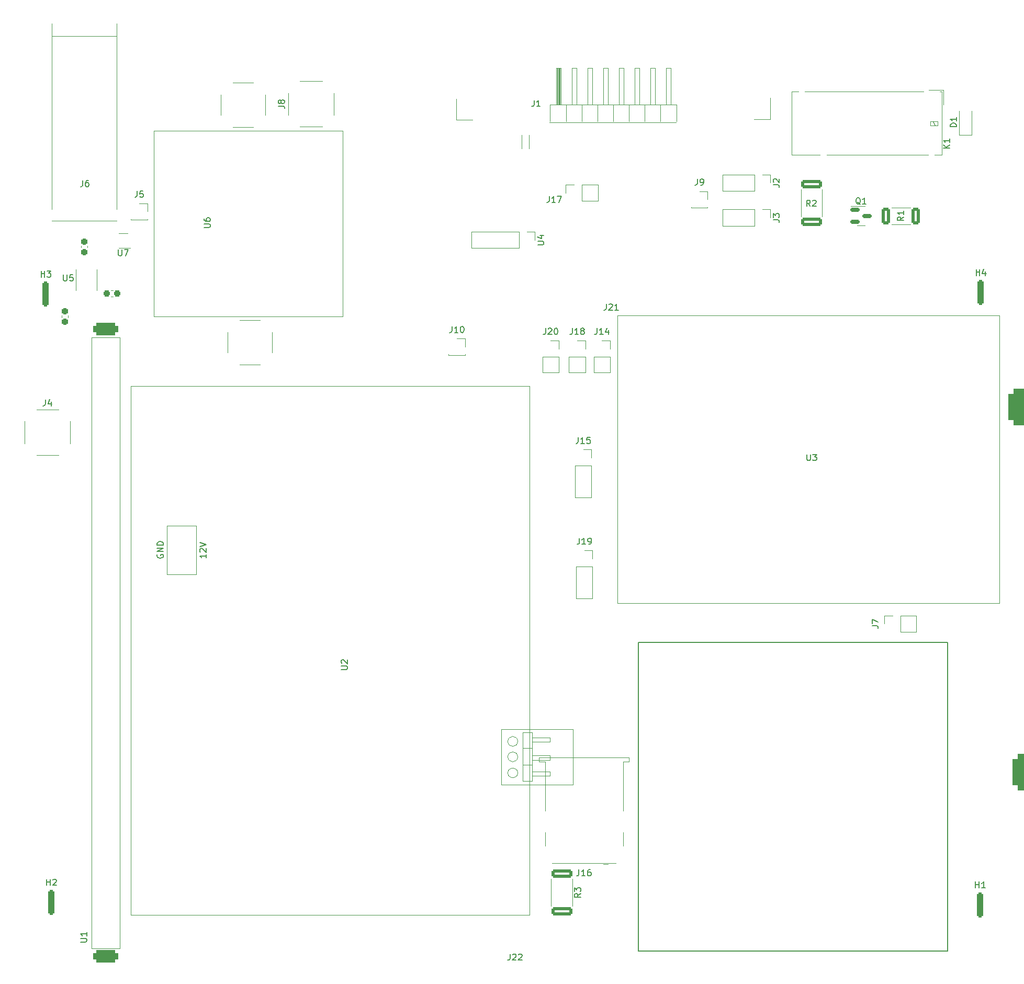
<source format=gto>
G04 #@! TF.GenerationSoftware,KiCad,Pcbnew,(6.0.1)*
G04 #@! TF.CreationDate,2022-04-19T13:09:52-07:00*
G04 #@! TF.ProjectId,Motherboard,4d6f7468-6572-4626-9f61-72642e6b6963,rev?*
G04 #@! TF.SameCoordinates,Original*
G04 #@! TF.FileFunction,Legend,Top*
G04 #@! TF.FilePolarity,Positive*
%FSLAX46Y46*%
G04 Gerber Fmt 4.6, Leading zero omitted, Abs format (unit mm)*
G04 Created by KiCad (PCBNEW (6.0.1)) date 2022-04-19 13:09:52*
%MOMM*%
%LPD*%
G01*
G04 APERTURE LIST*
G04 Aperture macros list*
%AMRoundRect*
0 Rectangle with rounded corners*
0 $1 Rounding radius*
0 $2 $3 $4 $5 $6 $7 $8 $9 X,Y pos of 4 corners*
0 Add a 4 corners polygon primitive as box body*
4,1,4,$2,$3,$4,$5,$6,$7,$8,$9,$2,$3,0*
0 Add four circle primitives for the rounded corners*
1,1,$1+$1,$2,$3*
1,1,$1+$1,$4,$5*
1,1,$1+$1,$6,$7*
1,1,$1+$1,$8,$9*
0 Add four rect primitives between the rounded corners*
20,1,$1+$1,$2,$3,$4,$5,0*
20,1,$1+$1,$4,$5,$6,$7,0*
20,1,$1+$1,$6,$7,$8,$9,0*
20,1,$1+$1,$8,$9,$2,$3,0*%
G04 Aperture macros list end*
%ADD10C,0.150000*%
%ADD11C,0.120000*%
%ADD12C,0.100000*%
%ADD13R,1.700000X1.700000*%
%ADD14C,2.050000*%
%ADD15C,2.250000*%
%ADD16R,2.500000X2.500000*%
%ADD17O,2.500000X2.500000*%
%ADD18RoundRect,0.237500X-0.300000X-0.237500X0.300000X-0.237500X0.300000X0.237500X-0.300000X0.237500X0*%
%ADD19O,1.700000X1.700000*%
%ADD20RoundRect,0.500000X1.500000X-0.500000X1.500000X0.500000X-1.500000X0.500000X-1.500000X-0.500000X0*%
%ADD21C,1.524000*%
%ADD22C,3.300000*%
%ADD23C,2.500000*%
%ADD24RoundRect,0.850000X-0.850000X-2.150000X0.850000X-2.150000X0.850000X2.150000X-0.850000X2.150000X0*%
%ADD25O,7.000000X3.500000*%
%ADD26O,7.300000X3.500000*%
%ADD27C,4.500000*%
%ADD28C,3.100000*%
%ADD29RoundRect,0.850000X0.850000X2.150000X-0.850000X2.150000X-0.850000X-2.150000X0.850000X-2.150000X0*%
%ADD30RoundRect,0.250000X-0.250000X-1.750000X0.250000X-1.750000X0.250000X1.750000X-0.250000X1.750000X0*%
%ADD31C,3.000000*%
%ADD32R,1.524000X1.524000*%
%ADD33RoundRect,0.237500X-0.237500X0.300000X-0.237500X-0.300000X0.237500X-0.300000X0.237500X0.300000X0*%
%ADD34R,1.500000X1.500000*%
%ADD35C,1.500000*%
%ADD36C,3.500000*%
%ADD37RoundRect,0.249999X-1.425001X0.450001X-1.425001X-0.450001X1.425001X-0.450001X1.425001X0.450001X0*%
%ADD38R,1.100000X1.100000*%
%ADD39RoundRect,0.249999X0.450001X1.075001X-0.450001X1.075001X-0.450001X-1.075001X0.450001X-1.075001X0*%
%ADD40R,0.431800X1.346200*%
%ADD41R,2.413000X1.778000*%
%ADD42R,1.500000X0.400000*%
%ADD43R,2.000000X2.500000*%
%ADD44RoundRect,0.150000X-0.587500X-0.150000X0.587500X-0.150000X0.587500X0.150000X-0.587500X0.150000X0*%
G04 APERTURE END LIST*
D10*
X230000000Y-153100000D02*
X280000000Y-153100000D01*
X280000000Y-153100000D02*
X280000000Y-203100000D01*
X280000000Y-203100000D02*
X230000000Y-203100000D01*
X230000000Y-203100000D02*
X230000000Y-153100000D01*
X199790476Y-101982380D02*
X199790476Y-102696666D01*
X199742857Y-102839523D01*
X199647619Y-102934761D01*
X199504761Y-102982380D01*
X199409523Y-102982380D01*
X200790476Y-102982380D02*
X200219047Y-102982380D01*
X200504761Y-102982380D02*
X200504761Y-101982380D01*
X200409523Y-102125238D01*
X200314285Y-102220476D01*
X200219047Y-102268095D01*
X201409523Y-101982380D02*
X201504761Y-101982380D01*
X201600000Y-102030000D01*
X201647619Y-102077619D01*
X201695238Y-102172857D01*
X201742857Y-102363333D01*
X201742857Y-102601428D01*
X201695238Y-102791904D01*
X201647619Y-102887142D01*
X201600000Y-102934761D01*
X201504761Y-102982380D01*
X201409523Y-102982380D01*
X201314285Y-102934761D01*
X201266666Y-102887142D01*
X201219047Y-102791904D01*
X201171428Y-102601428D01*
X201171428Y-102363333D01*
X201219047Y-102172857D01*
X201266666Y-102077619D01*
X201314285Y-102030000D01*
X201409523Y-101982380D01*
X171702380Y-66333333D02*
X172416666Y-66333333D01*
X172559523Y-66380952D01*
X172654761Y-66476190D01*
X172702380Y-66619047D01*
X172702380Y-66714285D01*
X172130952Y-65714285D02*
X172083333Y-65809523D01*
X172035714Y-65857142D01*
X171940476Y-65904761D01*
X171892857Y-65904761D01*
X171797619Y-65857142D01*
X171750000Y-65809523D01*
X171702380Y-65714285D01*
X171702380Y-65523809D01*
X171750000Y-65428571D01*
X171797619Y-65380952D01*
X171892857Y-65333333D01*
X171940476Y-65333333D01*
X172035714Y-65380952D01*
X172083333Y-65428571D01*
X172130952Y-65523809D01*
X172130952Y-65714285D01*
X172178571Y-65809523D01*
X172226190Y-65857142D01*
X172321428Y-65904761D01*
X172511904Y-65904761D01*
X172607142Y-65857142D01*
X172654761Y-65809523D01*
X172702380Y-65714285D01*
X172702380Y-65523809D01*
X172654761Y-65428571D01*
X172607142Y-65380952D01*
X172511904Y-65333333D01*
X172321428Y-65333333D01*
X172226190Y-65380952D01*
X172178571Y-65428571D01*
X172130952Y-65523809D01*
X280319880Y-73160595D02*
X279319880Y-73160595D01*
X280319880Y-72589166D02*
X279748452Y-73017738D01*
X279319880Y-72589166D02*
X279891309Y-73160595D01*
X280319880Y-71636785D02*
X280319880Y-72208214D01*
X280319880Y-71922500D02*
X279319880Y-71922500D01*
X279462738Y-72017738D01*
X279557976Y-72112976D01*
X279605595Y-72208214D01*
X223265476Y-102282380D02*
X223265476Y-102996666D01*
X223217857Y-103139523D01*
X223122619Y-103234761D01*
X222979761Y-103282380D01*
X222884523Y-103282380D01*
X224265476Y-103282380D02*
X223694047Y-103282380D01*
X223979761Y-103282380D02*
X223979761Y-102282380D01*
X223884523Y-102425238D01*
X223789285Y-102520476D01*
X223694047Y-102568095D01*
X225122619Y-102615714D02*
X225122619Y-103282380D01*
X224884523Y-102234761D02*
X224646428Y-102949047D01*
X225265476Y-102949047D01*
X139707380Y-201611904D02*
X140516904Y-201611904D01*
X140612142Y-201564285D01*
X140659761Y-201516666D01*
X140707380Y-201421428D01*
X140707380Y-201230952D01*
X140659761Y-201135714D01*
X140612142Y-201088095D01*
X140516904Y-201040476D01*
X139707380Y-201040476D01*
X140707380Y-200040476D02*
X140707380Y-200611904D01*
X140707380Y-200326190D02*
X139707380Y-200326190D01*
X139850238Y-200421428D01*
X139945476Y-200516666D01*
X139993095Y-200611904D01*
X224785476Y-98352380D02*
X224785476Y-99066666D01*
X224737857Y-99209523D01*
X224642619Y-99304761D01*
X224499761Y-99352380D01*
X224404523Y-99352380D01*
X225214047Y-98447619D02*
X225261666Y-98400000D01*
X225356904Y-98352380D01*
X225595000Y-98352380D01*
X225690238Y-98400000D01*
X225737857Y-98447619D01*
X225785476Y-98542857D01*
X225785476Y-98638095D01*
X225737857Y-98780952D01*
X225166428Y-99352380D01*
X225785476Y-99352380D01*
X226737857Y-99352380D02*
X226166428Y-99352380D01*
X226452142Y-99352380D02*
X226452142Y-98352380D01*
X226356904Y-98495238D01*
X226261666Y-98590476D01*
X226166428Y-98638095D01*
X140066666Y-78352380D02*
X140066666Y-79066666D01*
X140019047Y-79209523D01*
X139923809Y-79304761D01*
X139780952Y-79352380D01*
X139685714Y-79352380D01*
X140971428Y-78352380D02*
X140780952Y-78352380D01*
X140685714Y-78400000D01*
X140638095Y-78447619D01*
X140542857Y-78590476D01*
X140495238Y-78780952D01*
X140495238Y-79161904D01*
X140542857Y-79257142D01*
X140590476Y-79304761D01*
X140685714Y-79352380D01*
X140876190Y-79352380D01*
X140971428Y-79304761D01*
X141019047Y-79257142D01*
X141066666Y-79161904D01*
X141066666Y-78923809D01*
X141019047Y-78828571D01*
X140971428Y-78780952D01*
X140876190Y-78733333D01*
X140685714Y-78733333D01*
X140590476Y-78780952D01*
X140542857Y-78828571D01*
X140495238Y-78923809D01*
X134032666Y-113828380D02*
X134032666Y-114542666D01*
X133985047Y-114685523D01*
X133889809Y-114780761D01*
X133746952Y-114828380D01*
X133651714Y-114828380D01*
X134937428Y-114161714D02*
X134937428Y-114828380D01*
X134699333Y-113780761D02*
X134461238Y-114495047D01*
X135080285Y-114495047D01*
X220240476Y-119932380D02*
X220240476Y-120646666D01*
X220192857Y-120789523D01*
X220097619Y-120884761D01*
X219954761Y-120932380D01*
X219859523Y-120932380D01*
X221240476Y-120932380D02*
X220669047Y-120932380D01*
X220954761Y-120932380D02*
X220954761Y-119932380D01*
X220859523Y-120075238D01*
X220764285Y-120170476D01*
X220669047Y-120218095D01*
X222145238Y-119932380D02*
X221669047Y-119932380D01*
X221621428Y-120408571D01*
X221669047Y-120360952D01*
X221764285Y-120313333D01*
X222002380Y-120313333D01*
X222097619Y-120360952D01*
X222145238Y-120408571D01*
X222192857Y-120503809D01*
X222192857Y-120741904D01*
X222145238Y-120837142D01*
X222097619Y-120884761D01*
X222002380Y-120932380D01*
X221764285Y-120932380D01*
X221669047Y-120884761D01*
X221621428Y-120837142D01*
X214965476Y-102282380D02*
X214965476Y-102996666D01*
X214917857Y-103139523D01*
X214822619Y-103234761D01*
X214679761Y-103282380D01*
X214584523Y-103282380D01*
X215394047Y-102377619D02*
X215441666Y-102330000D01*
X215536904Y-102282380D01*
X215775000Y-102282380D01*
X215870238Y-102330000D01*
X215917857Y-102377619D01*
X215965476Y-102472857D01*
X215965476Y-102568095D01*
X215917857Y-102710952D01*
X215346428Y-103282380D01*
X215965476Y-103282380D01*
X216584523Y-102282380D02*
X216679761Y-102282380D01*
X216775000Y-102330000D01*
X216822619Y-102377619D01*
X216870238Y-102472857D01*
X216917857Y-102663333D01*
X216917857Y-102901428D01*
X216870238Y-103091904D01*
X216822619Y-103187142D01*
X216775000Y-103234761D01*
X216679761Y-103282380D01*
X216584523Y-103282380D01*
X216489285Y-103234761D01*
X216441666Y-103187142D01*
X216394047Y-103091904D01*
X216346428Y-102901428D01*
X216346428Y-102663333D01*
X216394047Y-102472857D01*
X216441666Y-102377619D01*
X216489285Y-102330000D01*
X216584523Y-102282380D01*
X251782380Y-79083333D02*
X252496666Y-79083333D01*
X252639523Y-79130952D01*
X252734761Y-79226190D01*
X252782380Y-79369047D01*
X252782380Y-79464285D01*
X251877619Y-78654761D02*
X251830000Y-78607142D01*
X251782380Y-78511904D01*
X251782380Y-78273809D01*
X251830000Y-78178571D01*
X251877619Y-78130952D01*
X251972857Y-78083333D01*
X252068095Y-78083333D01*
X252210952Y-78130952D01*
X252782380Y-78702380D01*
X252782380Y-78083333D01*
X209190476Y-203552380D02*
X209190476Y-204266666D01*
X209142857Y-204409523D01*
X209047619Y-204504761D01*
X208904761Y-204552380D01*
X208809523Y-204552380D01*
X209619047Y-203647619D02*
X209666666Y-203600000D01*
X209761904Y-203552380D01*
X210000000Y-203552380D01*
X210095238Y-203600000D01*
X210142857Y-203647619D01*
X210190476Y-203742857D01*
X210190476Y-203838095D01*
X210142857Y-203980952D01*
X209571428Y-204552380D01*
X210190476Y-204552380D01*
X210571428Y-203647619D02*
X210619047Y-203600000D01*
X210714285Y-203552380D01*
X210952380Y-203552380D01*
X211047619Y-203600000D01*
X211095238Y-203647619D01*
X211142857Y-203742857D01*
X211142857Y-203838095D01*
X211095238Y-203980952D01*
X210523809Y-204552380D01*
X211142857Y-204552380D01*
X257233095Y-122707380D02*
X257233095Y-123516904D01*
X257280714Y-123612142D01*
X257328333Y-123659761D01*
X257423571Y-123707380D01*
X257614047Y-123707380D01*
X257709285Y-123659761D01*
X257756904Y-123612142D01*
X257804523Y-123516904D01*
X257804523Y-122707380D01*
X258185476Y-122707380D02*
X258804523Y-122707380D01*
X258471190Y-123088333D01*
X258614047Y-123088333D01*
X258709285Y-123135952D01*
X258756904Y-123183571D01*
X258804523Y-123278809D01*
X258804523Y-123516904D01*
X258756904Y-123612142D01*
X258709285Y-123659761D01*
X258614047Y-123707380D01*
X258328333Y-123707380D01*
X258233095Y-123659761D01*
X258185476Y-123612142D01*
X284538095Y-192852380D02*
X284538095Y-191852380D01*
X284538095Y-192328571D02*
X285109523Y-192328571D01*
X285109523Y-192852380D02*
X285109523Y-191852380D01*
X286109523Y-192852380D02*
X285538095Y-192852380D01*
X285823809Y-192852380D02*
X285823809Y-191852380D01*
X285728571Y-191995238D01*
X285633333Y-192090476D01*
X285538095Y-192138095D01*
X181902380Y-157516904D02*
X182711904Y-157516904D01*
X182807142Y-157469285D01*
X182854761Y-157421666D01*
X182902380Y-157326428D01*
X182902380Y-157135952D01*
X182854761Y-157040714D01*
X182807142Y-156993095D01*
X182711904Y-156945476D01*
X181902380Y-156945476D01*
X181997619Y-156516904D02*
X181950000Y-156469285D01*
X181902380Y-156374047D01*
X181902380Y-156135952D01*
X181950000Y-156040714D01*
X181997619Y-155993095D01*
X182092857Y-155945476D01*
X182188095Y-155945476D01*
X182330952Y-155993095D01*
X182902380Y-156564523D01*
X182902380Y-155945476D01*
X160002380Y-138874047D02*
X160002380Y-139445476D01*
X160002380Y-139159761D02*
X159002380Y-139159761D01*
X159145238Y-139255000D01*
X159240476Y-139350238D01*
X159288095Y-139445476D01*
X159097619Y-138493095D02*
X159050000Y-138445476D01*
X159002380Y-138350238D01*
X159002380Y-138112142D01*
X159050000Y-138016904D01*
X159097619Y-137969285D01*
X159192857Y-137921666D01*
X159288095Y-137921666D01*
X159430952Y-137969285D01*
X160002380Y-138540714D01*
X160002380Y-137921666D01*
X159002380Y-137635952D02*
X160002380Y-137302619D01*
X159002380Y-136969285D01*
X152150000Y-138916904D02*
X152102380Y-139012142D01*
X152102380Y-139155000D01*
X152150000Y-139297857D01*
X152245238Y-139393095D01*
X152340476Y-139440714D01*
X152530952Y-139488333D01*
X152673809Y-139488333D01*
X152864285Y-139440714D01*
X152959523Y-139393095D01*
X153054761Y-139297857D01*
X153102380Y-139155000D01*
X153102380Y-139059761D01*
X153054761Y-138916904D01*
X153007142Y-138869285D01*
X152673809Y-138869285D01*
X152673809Y-139059761D01*
X153102380Y-138440714D02*
X152102380Y-138440714D01*
X153102380Y-137869285D01*
X152102380Y-137869285D01*
X153102380Y-137393095D02*
X152102380Y-137393095D01*
X152102380Y-137155000D01*
X152150000Y-137012142D01*
X152245238Y-136916904D01*
X152340476Y-136869285D01*
X152530952Y-136821666D01*
X152673809Y-136821666D01*
X152864285Y-136869285D01*
X152959523Y-136916904D01*
X153054761Y-137012142D01*
X153102380Y-137155000D01*
X153102380Y-137393095D01*
X239516666Y-78132380D02*
X239516666Y-78846666D01*
X239469047Y-78989523D01*
X239373809Y-79084761D01*
X239230952Y-79132380D01*
X239135714Y-79132380D01*
X240040476Y-79132380D02*
X240230952Y-79132380D01*
X240326190Y-79084761D01*
X240373809Y-79037142D01*
X240469047Y-78894285D01*
X240516666Y-78703809D01*
X240516666Y-78322857D01*
X240469047Y-78227619D01*
X240421428Y-78180000D01*
X240326190Y-78132380D01*
X240135714Y-78132380D01*
X240040476Y-78180000D01*
X239992857Y-78227619D01*
X239945238Y-78322857D01*
X239945238Y-78560952D01*
X239992857Y-78656190D01*
X240040476Y-78703809D01*
X240135714Y-78751428D01*
X240326190Y-78751428D01*
X240421428Y-78703809D01*
X240469047Y-78656190D01*
X240516666Y-78560952D01*
X220360476Y-189902380D02*
X220360476Y-190616666D01*
X220312857Y-190759523D01*
X220217619Y-190854761D01*
X220074761Y-190902380D01*
X219979523Y-190902380D01*
X221360476Y-190902380D02*
X220789047Y-190902380D01*
X221074761Y-190902380D02*
X221074761Y-189902380D01*
X220979523Y-190045238D01*
X220884285Y-190140476D01*
X220789047Y-190188095D01*
X222217619Y-189902380D02*
X222027142Y-189902380D01*
X221931904Y-189950000D01*
X221884285Y-189997619D01*
X221789047Y-190140476D01*
X221741428Y-190330952D01*
X221741428Y-190711904D01*
X221789047Y-190807142D01*
X221836666Y-190854761D01*
X221931904Y-190902380D01*
X222122380Y-190902380D01*
X222217619Y-190854761D01*
X222265238Y-190807142D01*
X222312857Y-190711904D01*
X222312857Y-190473809D01*
X222265238Y-190378571D01*
X222217619Y-190330952D01*
X222122380Y-190283333D01*
X221931904Y-190283333D01*
X221836666Y-190330952D01*
X221789047Y-190378571D01*
X221741428Y-190473809D01*
X148866666Y-80082380D02*
X148866666Y-80796666D01*
X148819047Y-80939523D01*
X148723809Y-81034761D01*
X148580952Y-81082380D01*
X148485714Y-81082380D01*
X149819047Y-80082380D02*
X149342857Y-80082380D01*
X149295238Y-80558571D01*
X149342857Y-80510952D01*
X149438095Y-80463333D01*
X149676190Y-80463333D01*
X149771428Y-80510952D01*
X149819047Y-80558571D01*
X149866666Y-80653809D01*
X149866666Y-80891904D01*
X149819047Y-80987142D01*
X149771428Y-81034761D01*
X149676190Y-81082380D01*
X149438095Y-81082380D01*
X149342857Y-81034761D01*
X149295238Y-80987142D01*
X257783333Y-82552380D02*
X257450000Y-82076190D01*
X257211904Y-82552380D02*
X257211904Y-81552380D01*
X257592857Y-81552380D01*
X257688095Y-81600000D01*
X257735714Y-81647619D01*
X257783333Y-81742857D01*
X257783333Y-81885714D01*
X257735714Y-81980952D01*
X257688095Y-82028571D01*
X257592857Y-82076190D01*
X257211904Y-82076190D01*
X258164285Y-81647619D02*
X258211904Y-81600000D01*
X258307142Y-81552380D01*
X258545238Y-81552380D01*
X258640476Y-81600000D01*
X258688095Y-81647619D01*
X258735714Y-81742857D01*
X258735714Y-81838095D01*
X258688095Y-81980952D01*
X258116666Y-82552380D01*
X258735714Y-82552380D01*
X213096666Y-65379880D02*
X213096666Y-66094166D01*
X213049047Y-66237023D01*
X212953809Y-66332261D01*
X212810952Y-66379880D01*
X212715714Y-66379880D01*
X214096666Y-66379880D02*
X213525238Y-66379880D01*
X213810952Y-66379880D02*
X213810952Y-65379880D01*
X213715714Y-65522738D01*
X213620476Y-65617976D01*
X213525238Y-65665595D01*
X134238095Y-192452380D02*
X134238095Y-191452380D01*
X134238095Y-191928571D02*
X134809523Y-191928571D01*
X134809523Y-192452380D02*
X134809523Y-191452380D01*
X135238095Y-191547619D02*
X135285714Y-191500000D01*
X135380952Y-191452380D01*
X135619047Y-191452380D01*
X135714285Y-191500000D01*
X135761904Y-191547619D01*
X135809523Y-191642857D01*
X135809523Y-191738095D01*
X135761904Y-191880952D01*
X135190476Y-192452380D01*
X135809523Y-192452380D01*
X219265476Y-102282380D02*
X219265476Y-102996666D01*
X219217857Y-103139523D01*
X219122619Y-103234761D01*
X218979761Y-103282380D01*
X218884523Y-103282380D01*
X220265476Y-103282380D02*
X219694047Y-103282380D01*
X219979761Y-103282380D02*
X219979761Y-102282380D01*
X219884523Y-102425238D01*
X219789285Y-102520476D01*
X219694047Y-102568095D01*
X220836904Y-102710952D02*
X220741666Y-102663333D01*
X220694047Y-102615714D01*
X220646428Y-102520476D01*
X220646428Y-102472857D01*
X220694047Y-102377619D01*
X220741666Y-102330000D01*
X220836904Y-102282380D01*
X221027380Y-102282380D01*
X221122619Y-102330000D01*
X221170238Y-102377619D01*
X221217857Y-102472857D01*
X221217857Y-102520476D01*
X221170238Y-102615714D01*
X221122619Y-102663333D01*
X221027380Y-102710952D01*
X220836904Y-102710952D01*
X220741666Y-102758571D01*
X220694047Y-102806190D01*
X220646428Y-102901428D01*
X220646428Y-103091904D01*
X220694047Y-103187142D01*
X220741666Y-103234761D01*
X220836904Y-103282380D01*
X221027380Y-103282380D01*
X221122619Y-103234761D01*
X221170238Y-103187142D01*
X221217857Y-103091904D01*
X221217857Y-102901428D01*
X221170238Y-102806190D01*
X221122619Y-102758571D01*
X221027380Y-102710952D01*
X220642380Y-193786666D02*
X220166190Y-194120000D01*
X220642380Y-194358095D02*
X219642380Y-194358095D01*
X219642380Y-193977142D01*
X219690000Y-193881904D01*
X219737619Y-193834285D01*
X219832857Y-193786666D01*
X219975714Y-193786666D01*
X220070952Y-193834285D01*
X220118571Y-193881904D01*
X220166190Y-193977142D01*
X220166190Y-194358095D01*
X219642380Y-193453333D02*
X219642380Y-192834285D01*
X220023333Y-193167619D01*
X220023333Y-193024761D01*
X220070952Y-192929523D01*
X220118571Y-192881904D01*
X220213809Y-192834285D01*
X220451904Y-192834285D01*
X220547142Y-192881904D01*
X220594761Y-192929523D01*
X220642380Y-193024761D01*
X220642380Y-193310476D01*
X220594761Y-193405714D01*
X220547142Y-193453333D01*
X281447380Y-69665095D02*
X280447380Y-69665095D01*
X280447380Y-69427000D01*
X280495000Y-69284142D01*
X280590238Y-69188904D01*
X280685476Y-69141285D01*
X280875952Y-69093666D01*
X281018809Y-69093666D01*
X281209285Y-69141285D01*
X281304523Y-69188904D01*
X281399761Y-69284142D01*
X281447380Y-69427000D01*
X281447380Y-69665095D01*
X281447380Y-68141285D02*
X281447380Y-68712714D01*
X281447380Y-68427000D02*
X280447380Y-68427000D01*
X280590238Y-68522238D01*
X280685476Y-68617476D01*
X280733095Y-68712714D01*
X220415476Y-136257380D02*
X220415476Y-136971666D01*
X220367857Y-137114523D01*
X220272619Y-137209761D01*
X220129761Y-137257380D01*
X220034523Y-137257380D01*
X221415476Y-137257380D02*
X220844047Y-137257380D01*
X221129761Y-137257380D02*
X221129761Y-136257380D01*
X221034523Y-136400238D01*
X220939285Y-136495476D01*
X220844047Y-136543095D01*
X221891666Y-137257380D02*
X222082142Y-137257380D01*
X222177380Y-137209761D01*
X222225000Y-137162142D01*
X222320238Y-137019285D01*
X222367857Y-136828809D01*
X222367857Y-136447857D01*
X222320238Y-136352619D01*
X222272619Y-136305000D01*
X222177380Y-136257380D01*
X221986904Y-136257380D01*
X221891666Y-136305000D01*
X221844047Y-136352619D01*
X221796428Y-136447857D01*
X221796428Y-136685952D01*
X221844047Y-136781190D01*
X221891666Y-136828809D01*
X221986904Y-136876428D01*
X222177380Y-136876428D01*
X222272619Y-136828809D01*
X222320238Y-136781190D01*
X222367857Y-136685952D01*
X251782380Y-84733333D02*
X252496666Y-84733333D01*
X252639523Y-84780952D01*
X252734761Y-84876190D01*
X252782380Y-85019047D01*
X252782380Y-85114285D01*
X251782380Y-84352380D02*
X251782380Y-83733333D01*
X252163333Y-84066666D01*
X252163333Y-83923809D01*
X252210952Y-83828571D01*
X252258571Y-83780952D01*
X252353809Y-83733333D01*
X252591904Y-83733333D01*
X252687142Y-83780952D01*
X252734761Y-83828571D01*
X252782380Y-83923809D01*
X252782380Y-84209523D01*
X252734761Y-84304761D01*
X252687142Y-84352380D01*
X272902380Y-84266666D02*
X272426190Y-84600000D01*
X272902380Y-84838095D02*
X271902380Y-84838095D01*
X271902380Y-84457142D01*
X271950000Y-84361904D01*
X271997619Y-84314285D01*
X272092857Y-84266666D01*
X272235714Y-84266666D01*
X272330952Y-84314285D01*
X272378571Y-84361904D01*
X272426190Y-84457142D01*
X272426190Y-84838095D01*
X272902380Y-83314285D02*
X272902380Y-83885714D01*
X272902380Y-83600000D02*
X271902380Y-83600000D01*
X272045238Y-83695238D01*
X272140476Y-83790476D01*
X272188095Y-83885714D01*
X136944095Y-93631595D02*
X136944095Y-94441119D01*
X136991714Y-94536357D01*
X137039333Y-94583976D01*
X137134571Y-94631595D01*
X137325047Y-94631595D01*
X137420285Y-94583976D01*
X137467904Y-94536357D01*
X137515523Y-94441119D01*
X137515523Y-93631595D01*
X138467904Y-93631595D02*
X137991714Y-93631595D01*
X137944095Y-94107786D01*
X137991714Y-94060167D01*
X138086952Y-94012548D01*
X138325047Y-94012548D01*
X138420285Y-94060167D01*
X138467904Y-94107786D01*
X138515523Y-94203024D01*
X138515523Y-94441119D01*
X138467904Y-94536357D01*
X138420285Y-94583976D01*
X138325047Y-94631595D01*
X138086952Y-94631595D01*
X137991714Y-94583976D01*
X137944095Y-94536357D01*
X284638095Y-93752380D02*
X284638095Y-92752380D01*
X284638095Y-93228571D02*
X285209523Y-93228571D01*
X285209523Y-93752380D02*
X285209523Y-92752380D01*
X286114285Y-93085714D02*
X286114285Y-93752380D01*
X285876190Y-92704761D02*
X285638095Y-93419047D01*
X286257142Y-93419047D01*
X213682380Y-88761904D02*
X214491904Y-88761904D01*
X214587142Y-88714285D01*
X214634761Y-88666666D01*
X214682380Y-88571428D01*
X214682380Y-88380952D01*
X214634761Y-88285714D01*
X214587142Y-88238095D01*
X214491904Y-88190476D01*
X213682380Y-88190476D01*
X214015714Y-87285714D02*
X214682380Y-87285714D01*
X213634761Y-87523809D02*
X214349047Y-87761904D01*
X214349047Y-87142857D01*
X145838095Y-89552380D02*
X145838095Y-90361904D01*
X145885714Y-90457142D01*
X145933333Y-90504761D01*
X146028571Y-90552380D01*
X146219047Y-90552380D01*
X146314285Y-90504761D01*
X146361904Y-90457142D01*
X146409523Y-90361904D01*
X146409523Y-89552380D01*
X146790476Y-89552380D02*
X147457142Y-89552380D01*
X147028571Y-90552380D01*
X133338095Y-94002380D02*
X133338095Y-93002380D01*
X133338095Y-93478571D02*
X133909523Y-93478571D01*
X133909523Y-94002380D02*
X133909523Y-93002380D01*
X134290476Y-93002380D02*
X134909523Y-93002380D01*
X134576190Y-93383333D01*
X134719047Y-93383333D01*
X134814285Y-93430952D01*
X134861904Y-93478571D01*
X134909523Y-93573809D01*
X134909523Y-93811904D01*
X134861904Y-93907142D01*
X134814285Y-93954761D01*
X134719047Y-94002380D01*
X134433333Y-94002380D01*
X134338095Y-93954761D01*
X134290476Y-93907142D01*
X215540476Y-80927380D02*
X215540476Y-81641666D01*
X215492857Y-81784523D01*
X215397619Y-81879761D01*
X215254761Y-81927380D01*
X215159523Y-81927380D01*
X216540476Y-81927380D02*
X215969047Y-81927380D01*
X216254761Y-81927380D02*
X216254761Y-80927380D01*
X216159523Y-81070238D01*
X216064285Y-81165476D01*
X215969047Y-81213095D01*
X216873809Y-80927380D02*
X217540476Y-80927380D01*
X217111904Y-81927380D01*
X267782380Y-150458333D02*
X268496666Y-150458333D01*
X268639523Y-150505952D01*
X268734761Y-150601190D01*
X268782380Y-150744047D01*
X268782380Y-150839285D01*
X267782380Y-150077380D02*
X267782380Y-149410714D01*
X268782380Y-149839285D01*
X159684380Y-85990904D02*
X160493904Y-85990904D01*
X160589142Y-85943285D01*
X160636761Y-85895666D01*
X160684380Y-85800428D01*
X160684380Y-85609952D01*
X160636761Y-85514714D01*
X160589142Y-85467095D01*
X160493904Y-85419476D01*
X159684380Y-85419476D01*
X159684380Y-84514714D02*
X159684380Y-84705190D01*
X159732000Y-84800428D01*
X159779619Y-84848047D01*
X159922476Y-84943285D01*
X160112952Y-84990904D01*
X160493904Y-84990904D01*
X160589142Y-84943285D01*
X160636761Y-84895666D01*
X160684380Y-84800428D01*
X160684380Y-84609952D01*
X160636761Y-84514714D01*
X160589142Y-84467095D01*
X160493904Y-84419476D01*
X160255809Y-84419476D01*
X160160571Y-84467095D01*
X160112952Y-84514714D01*
X160065333Y-84609952D01*
X160065333Y-84800428D01*
X160112952Y-84895666D01*
X160160571Y-84943285D01*
X160255809Y-84990904D01*
X265904761Y-82247619D02*
X265809523Y-82200000D01*
X265714285Y-82104761D01*
X265571428Y-81961904D01*
X265476190Y-81914285D01*
X265380952Y-81914285D01*
X265428571Y-82152380D02*
X265333333Y-82104761D01*
X265238095Y-82009523D01*
X265190476Y-81819047D01*
X265190476Y-81485714D01*
X265238095Y-81295238D01*
X265333333Y-81200000D01*
X265428571Y-81152380D01*
X265619047Y-81152380D01*
X265714285Y-81200000D01*
X265809523Y-81295238D01*
X265857142Y-81485714D01*
X265857142Y-81819047D01*
X265809523Y-82009523D01*
X265714285Y-82104761D01*
X265619047Y-82152380D01*
X265428571Y-82152380D01*
X266809523Y-82152380D02*
X266238095Y-82152380D01*
X266523809Y-82152380D02*
X266523809Y-81152380D01*
X266428571Y-81295238D01*
X266333333Y-81390476D01*
X266238095Y-81438095D01*
D11*
X201930000Y-106510000D02*
X201930000Y-106630000D01*
X200600000Y-103970000D02*
X201930000Y-103970000D01*
X199270000Y-106630000D02*
X201930000Y-106630000D01*
X201930000Y-103970000D02*
X201930000Y-105300000D01*
X199270000Y-106510000D02*
X199270000Y-106630000D01*
X175200000Y-69680000D02*
X178800000Y-69680000D01*
X175200000Y-62320000D02*
X178800000Y-62320000D01*
X173320000Y-67800000D02*
X173320000Y-64200000D01*
X180680000Y-67800000D02*
X180680000Y-64200000D01*
X276097500Y-63942500D02*
X256917500Y-63942500D01*
X279307500Y-63692500D02*
X279307500Y-66092500D01*
X279057500Y-74242500D02*
X277917500Y-74242500D01*
X254757500Y-74242500D02*
X254757500Y-63942500D01*
X254757500Y-63942500D02*
X255897500Y-63942500D01*
X277207500Y-69492500D02*
X278407500Y-69492500D01*
X259357500Y-74232500D02*
X254757500Y-74242500D01*
X277207500Y-68792500D02*
X277207500Y-69492500D01*
X276967500Y-63692500D02*
X279307500Y-63692500D01*
X279057500Y-74242500D02*
X279057500Y-63942500D01*
X279057500Y-63942500D02*
X278717500Y-63942500D01*
X277607500Y-68792500D02*
X278007500Y-69492500D01*
X276897500Y-74242500D02*
X260417500Y-74242500D01*
X278407500Y-69492500D02*
X278407500Y-68792500D01*
X278407500Y-68792500D02*
X277207500Y-68792500D01*
X144653733Y-97173454D02*
X144946267Y-97173454D01*
X144653733Y-96153454D02*
X144946267Y-96153454D01*
X225405000Y-104270000D02*
X225405000Y-105600000D01*
X222745000Y-109470000D02*
X225405000Y-109470000D01*
X222745000Y-106870000D02*
X225405000Y-106870000D01*
X222745000Y-106870000D02*
X222745000Y-109470000D01*
X225405000Y-106870000D02*
X225405000Y-109470000D01*
X224075000Y-104270000D02*
X225405000Y-104270000D01*
X146055000Y-202650000D02*
X141455000Y-202650000D01*
X141455000Y-202650000D02*
X141455000Y-103750000D01*
X141455000Y-103750000D02*
X146055000Y-103750000D01*
X146055000Y-103750000D02*
X146055000Y-202650000D01*
X135067500Y-83000000D02*
X135067500Y-53000000D01*
X145567500Y-53000000D02*
X145567500Y-83000000D01*
X145567500Y-84887500D02*
X135067500Y-84912500D01*
X145567500Y-55000000D02*
X135067500Y-55000000D01*
X138046000Y-117326000D02*
X138046000Y-120926000D01*
X130686000Y-117326000D02*
X130686000Y-120926000D01*
X132566000Y-115446000D02*
X136166000Y-115446000D01*
X132566000Y-122806000D02*
X136166000Y-122806000D01*
X222380000Y-121920000D02*
X222380000Y-123250000D01*
X219720000Y-124520000D02*
X219720000Y-129660000D01*
X222380000Y-124520000D02*
X222380000Y-129660000D01*
X221050000Y-121920000D02*
X222380000Y-121920000D01*
X219720000Y-124520000D02*
X222380000Y-124520000D01*
X219720000Y-129660000D02*
X222380000Y-129660000D01*
X214445000Y-106870000D02*
X214445000Y-109470000D01*
X214445000Y-109470000D02*
X217105000Y-109470000D01*
X217105000Y-104270000D02*
X217105000Y-105600000D01*
X214445000Y-106870000D02*
X217105000Y-106870000D01*
X215775000Y-104270000D02*
X217105000Y-104270000D01*
X217105000Y-106870000D02*
X217105000Y-109470000D01*
X248730000Y-77420000D02*
X248730000Y-80080000D01*
X250000000Y-77420000D02*
X251330000Y-77420000D01*
X243590000Y-77420000D02*
X243590000Y-80080000D01*
X248730000Y-77420000D02*
X243590000Y-77420000D01*
X248730000Y-80080000D02*
X243590000Y-80080000D01*
X251330000Y-77420000D02*
X251330000Y-78750000D01*
X226595000Y-146755000D02*
X288395000Y-146755000D01*
X288395000Y-146755000D02*
X288395000Y-100255000D01*
X288395000Y-100255000D02*
X226595000Y-100255000D01*
X226595000Y-100255000D02*
X226595000Y-146755000D01*
X215650000Y-172155000D02*
X215650000Y-171455000D01*
D12*
X211250000Y-175555000D02*
X211250000Y-167655000D01*
D11*
X215650000Y-174705000D02*
X215650000Y-174005000D01*
X215650000Y-169255000D02*
X215650000Y-168555000D01*
X212750000Y-171455000D02*
X215650000Y-171455000D01*
X212750000Y-174005000D02*
X215650000Y-174005000D01*
X212750000Y-168555000D02*
X215650000Y-168555000D01*
X212750000Y-169255000D02*
X215650000Y-169255000D01*
D12*
X211250000Y-167655000D02*
X212750000Y-167655000D01*
D11*
X212750000Y-172155000D02*
X215650000Y-172155000D01*
D12*
X212750000Y-175555000D02*
X211250000Y-175555000D01*
D11*
X212750000Y-174705000D02*
X215650000Y-174705000D01*
X211250000Y-172955000D02*
X212750000Y-172955000D01*
D12*
X212750000Y-167655000D02*
X212750000Y-175555000D01*
D11*
X211250000Y-170255000D02*
X212750000Y-170255000D01*
X219350000Y-176155000D02*
X207750000Y-176155000D01*
X207750000Y-176155000D02*
X207750000Y-167155000D01*
X207750000Y-167155000D02*
X219350000Y-167155000D01*
X219350000Y-167155000D02*
X219350000Y-176155000D01*
X153650000Y-142155000D02*
X158450000Y-142155000D01*
X158450000Y-142155000D02*
X158450000Y-134255000D01*
X158450000Y-134255000D02*
X153650000Y-134255000D01*
X153650000Y-134255000D02*
X153650000Y-142155000D01*
X147850000Y-197255000D02*
X212350000Y-197255000D01*
X212350000Y-197255000D02*
X212350000Y-111655000D01*
X212350000Y-111655000D02*
X147850000Y-111655000D01*
X147850000Y-111655000D02*
X147850000Y-197255000D01*
X210450000Y-174255000D02*
G75*
G03*
X210450000Y-174255000I-800000J0D01*
G01*
X210450000Y-171655000D02*
G75*
G03*
X210450000Y-171655000I-800000J0D01*
G01*
X210450000Y-169155000D02*
G75*
G03*
X210450000Y-169155000I-800000J0D01*
G01*
X241180000Y-82660000D02*
X241180000Y-82780000D01*
X241180000Y-80120000D02*
X241180000Y-81450000D01*
X239850000Y-80120000D02*
X241180000Y-80120000D01*
X238520000Y-82780000D02*
X241180000Y-82780000D01*
X238520000Y-82660000D02*
X238520000Y-82780000D01*
X139790000Y-88953733D02*
X139790000Y-89246267D01*
X140810000Y-88953733D02*
X140810000Y-89246267D01*
X227480000Y-183870000D02*
X227480000Y-186050000D01*
X228480000Y-172400000D02*
X227480000Y-172400000D01*
X214860000Y-183870000D02*
X214860000Y-186050000D01*
X213860000Y-171780000D02*
X228480000Y-171780000D01*
X214860000Y-172400000D02*
X213860000Y-172400000D01*
X224270000Y-189050000D02*
X225070000Y-189050000D01*
X228480000Y-171780000D02*
X228480000Y-172400000D01*
X213860000Y-172400000D02*
X213860000Y-171780000D01*
X227480000Y-172400000D02*
X227480000Y-180370000D01*
X226360000Y-188900000D02*
X215980000Y-188900000D01*
X214860000Y-180370000D02*
X214860000Y-172400000D01*
X150530000Y-84610000D02*
X150530000Y-84730000D01*
X149200000Y-82070000D02*
X150530000Y-82070000D01*
X147870000Y-84610000D02*
X147870000Y-84730000D01*
X147870000Y-84730000D02*
X150530000Y-84730000D01*
X150530000Y-82070000D02*
X150530000Y-83400000D01*
X256290000Y-79822936D02*
X256290000Y-84177064D01*
X259710000Y-79822936D02*
X259710000Y-84177064D01*
X224270000Y-66127500D02*
X224270000Y-60127500D01*
X225920000Y-68787500D02*
X225920000Y-66127500D01*
X219190000Y-66127500D02*
X219190000Y-60127500D01*
X217410000Y-60127500D02*
X217410000Y-66127500D01*
X231000000Y-68787500D02*
X231000000Y-66127500D01*
X233540000Y-68787500D02*
X233540000Y-66127500D01*
X234430000Y-60127500D02*
X235190000Y-60127500D01*
X236140000Y-68787500D02*
X236140000Y-66127500D01*
X200500000Y-68587500D02*
X203100000Y-68587500D01*
X216950000Y-66127500D02*
X216950000Y-60127500D01*
X226810000Y-60127500D02*
X227570000Y-60127500D01*
X229350000Y-60127500D02*
X230110000Y-60127500D01*
X200500000Y-65187500D02*
X200500000Y-68587500D01*
X217190000Y-66127500D02*
X217190000Y-60127500D01*
X217070000Y-66127500D02*
X217070000Y-60127500D01*
X215615000Y-68937500D02*
X236055000Y-68937500D01*
X229350000Y-66127500D02*
X229350000Y-60127500D01*
X219950000Y-60127500D02*
X219950000Y-66127500D01*
X231890000Y-66127500D02*
X231890000Y-60127500D01*
X220840000Y-68787500D02*
X220840000Y-66127500D01*
X224270000Y-60127500D02*
X225030000Y-60127500D01*
X251300000Y-68487500D02*
X248700000Y-68487500D01*
X236140000Y-66127500D02*
X215700000Y-66127500D01*
X215700000Y-66127500D02*
X215700000Y-68787500D01*
X228460000Y-68787500D02*
X228460000Y-66127500D01*
X231890000Y-60127500D02*
X232650000Y-60127500D01*
X219190000Y-60127500D02*
X219950000Y-60127500D01*
X216650000Y-66127500D02*
X216650000Y-60127500D01*
X216830000Y-66127500D02*
X216830000Y-60127500D01*
X221730000Y-66127500D02*
X221730000Y-60127500D01*
X211100000Y-73187500D02*
X211100000Y-71037500D01*
X227570000Y-60127500D02*
X227570000Y-66127500D01*
X222490000Y-60127500D02*
X222490000Y-66127500D01*
X235190000Y-60127500D02*
X235190000Y-66127500D01*
X223380000Y-68787500D02*
X223380000Y-66127500D01*
X212300000Y-73187500D02*
X212300000Y-70987500D01*
X217310000Y-66127500D02*
X217310000Y-60127500D01*
X226810000Y-66127500D02*
X226810000Y-60127500D01*
X216710000Y-66127500D02*
X216710000Y-60127500D01*
X221730000Y-60127500D02*
X222490000Y-60127500D01*
X216650000Y-60127500D02*
X217410000Y-60127500D01*
X225030000Y-60127500D02*
X225030000Y-66127500D01*
X251300000Y-64987500D02*
X251300000Y-68487500D01*
X232650000Y-60127500D02*
X232650000Y-66127500D01*
X234430000Y-66127500D02*
X234430000Y-60127500D01*
X230110000Y-60127500D02*
X230110000Y-66127500D01*
X218300000Y-68787500D02*
X218300000Y-66127500D01*
X220075000Y-104270000D02*
X221405000Y-104270000D01*
X221405000Y-104270000D02*
X221405000Y-105600000D01*
X218745000Y-109470000D02*
X221405000Y-109470000D01*
X218745000Y-106870000D02*
X218745000Y-109470000D01*
X221405000Y-106870000D02*
X221405000Y-109470000D01*
X218745000Y-106870000D02*
X221405000Y-106870000D01*
X136690000Y-100253733D02*
X136690000Y-100546267D01*
X137710000Y-100253733D02*
X137710000Y-100546267D01*
X219280000Y-191442936D02*
X219280000Y-195797064D01*
X215860000Y-191442936D02*
X215860000Y-195797064D01*
X281900000Y-71000000D02*
X281900000Y-67150000D01*
X281900000Y-71000000D02*
X283900000Y-71000000D01*
X283900000Y-71000000D02*
X283900000Y-67150000D01*
X222555000Y-140845000D02*
X222555000Y-145985000D01*
X219895000Y-140845000D02*
X222555000Y-140845000D01*
X221225000Y-138245000D02*
X222555000Y-138245000D01*
X222555000Y-138245000D02*
X222555000Y-139575000D01*
X219895000Y-145985000D02*
X222555000Y-145985000D01*
X219895000Y-140845000D02*
X219895000Y-145985000D01*
X251330000Y-83070000D02*
X251330000Y-84400000D01*
X248730000Y-83070000D02*
X243590000Y-83070000D01*
X248730000Y-85730000D02*
X243590000Y-85730000D01*
X248730000Y-83070000D02*
X248730000Y-85730000D01*
X250000000Y-83070000D02*
X251330000Y-83070000D01*
X243590000Y-83070000D02*
X243590000Y-85730000D01*
X273977064Y-82740000D02*
X270922936Y-82740000D01*
X273977064Y-85460000D02*
X270922936Y-85460000D01*
X142323900Y-96112950D02*
X142323900Y-92760150D01*
X138971100Y-92760150D02*
X138971100Y-96112950D01*
X210630000Y-86670000D02*
X210630000Y-89330000D01*
X210630000Y-86670000D02*
X202950000Y-86670000D01*
X210630000Y-89330000D02*
X202950000Y-89330000D01*
X211900000Y-86670000D02*
X213230000Y-86670000D01*
X213230000Y-86670000D02*
X213230000Y-88000000D01*
X202950000Y-86670000D02*
X202950000Y-89330000D01*
X147300000Y-86940000D02*
X145900000Y-86940000D01*
X145900000Y-89260000D02*
X147800000Y-89260000D01*
X218220000Y-79045000D02*
X219550000Y-79045000D01*
X223420000Y-81705000D02*
X223420000Y-79045000D01*
X220820000Y-81705000D02*
X223420000Y-81705000D01*
X220820000Y-79045000D02*
X223420000Y-79045000D01*
X220820000Y-81705000D02*
X220820000Y-79045000D01*
X218220000Y-80375000D02*
X218220000Y-79045000D01*
X274970000Y-151455000D02*
X274970000Y-148795000D01*
X272370000Y-151455000D02*
X272370000Y-148795000D01*
X269770000Y-148795000D02*
X271100000Y-148795000D01*
X269770000Y-150125000D02*
X269770000Y-148795000D01*
X272370000Y-148795000D02*
X274970000Y-148795000D01*
X272370000Y-151455000D02*
X274970000Y-151455000D01*
X163522000Y-102899000D02*
X163522000Y-106219000D01*
X164372000Y-62519000D02*
X167692000Y-62519000D01*
X165472000Y-108169000D02*
X168792000Y-108169000D01*
X169642000Y-64469000D02*
X169642000Y-67789000D01*
X170742000Y-102899000D02*
X170742000Y-106219000D01*
X165472000Y-100949000D02*
X168792000Y-100949000D01*
X162422000Y-64469000D02*
X162422000Y-67789000D01*
X164372000Y-69739000D02*
X167692000Y-69739000D01*
X151532000Y-100359000D02*
X182132000Y-100359000D01*
X182132000Y-100359000D02*
X182132000Y-70359000D01*
X182132000Y-70359000D02*
X151532000Y-70359000D01*
X151532000Y-70359000D02*
X151532000Y-100359000D01*
X266000000Y-85660000D02*
X266650000Y-85660000D01*
X266000000Y-82540000D02*
X264325000Y-82540000D01*
X266000000Y-82540000D02*
X266650000Y-82540000D01*
X266000000Y-85660000D02*
X265350000Y-85660000D01*
%LPC*%
D13*
X200600000Y-105300000D03*
D14*
X177000000Y-66000000D03*
D15*
X174460000Y-63460000D03*
X179540000Y-63460000D03*
X179540000Y-68540000D03*
X174460000Y-68540000D03*
D16*
X277407500Y-65342500D03*
D17*
X256407500Y-65342500D03*
X259907500Y-72842500D03*
X277407500Y-72842500D03*
D18*
X143937500Y-96663454D03*
X145662500Y-96663454D03*
D13*
X224075000Y-105600000D03*
D19*
X224075000Y-108140000D03*
D20*
X143755000Y-102450000D03*
X143755000Y-203950000D03*
D21*
X144455000Y-136680000D03*
X144455000Y-139280000D03*
X144455000Y-134180000D03*
X144455000Y-177450000D03*
X144455000Y-180150000D03*
D22*
X127895000Y-107450000D03*
D23*
X127895000Y-103350000D03*
X127895000Y-99950000D03*
D24*
X291495000Y-115050000D03*
D23*
X241995000Y-98650000D03*
X238895000Y-98636052D03*
X293895000Y-100050000D03*
X293795000Y-103250000D03*
D25*
X140567500Y-82800000D03*
D26*
X140367500Y-53000000D03*
D27*
X140667500Y-74000000D03*
D14*
X134366000Y-119126000D03*
D15*
X131826000Y-116586000D03*
X136906000Y-116586000D03*
X131826000Y-121666000D03*
X136906000Y-121666000D03*
D13*
X221050000Y-123250000D03*
D19*
X221050000Y-125790000D03*
X221050000Y-128330000D03*
D13*
X215775000Y-105600000D03*
D19*
X215775000Y-108140000D03*
D13*
X250000000Y-78750000D03*
D19*
X247460000Y-78750000D03*
X244920000Y-78750000D03*
D22*
X206600000Y-200350000D03*
D28*
X294700000Y-190150000D03*
D29*
X292200000Y-174150000D03*
D23*
X128600000Y-188350000D03*
X210900000Y-200350000D03*
D28*
X294700000Y-197550000D03*
X294700000Y-193350000D03*
D22*
X128600000Y-192650000D03*
D23*
X128700000Y-185250000D03*
X214204026Y-200350000D03*
D21*
X234745000Y-117755000D03*
X234745000Y-120355000D03*
X268495000Y-143955000D03*
X284845000Y-124705000D03*
X234745000Y-122855000D03*
X271095000Y-143955000D03*
X273595000Y-143955000D03*
X284845000Y-127205000D03*
D30*
X285250000Y-195600000D03*
D31*
X207550000Y-191855000D03*
X151350000Y-162955000D03*
X152650000Y-117355000D03*
X207550000Y-117355000D03*
D21*
X154750000Y-138255000D03*
X154750000Y-135755000D03*
X154750000Y-140855000D03*
X157350000Y-135755000D03*
D32*
X157350000Y-140855000D03*
D21*
X157350000Y-138255000D03*
X187350000Y-114055000D03*
D32*
X190050000Y-114055000D03*
D21*
X195950000Y-114055000D03*
D32*
X198650000Y-114055000D03*
D13*
X239850000Y-81450000D03*
D33*
X140300000Y-88237500D03*
X140300000Y-89962500D03*
D34*
X224670000Y-187450000D03*
D35*
X222170000Y-187450000D03*
X220170000Y-187450000D03*
X217670000Y-187450000D03*
X224670000Y-184830000D03*
X222170000Y-184830000D03*
X220170000Y-184830000D03*
X217670000Y-184830000D03*
D31*
X214600000Y-182120000D03*
X214600000Y-187800000D03*
X227740000Y-187800000D03*
X227740000Y-182120000D03*
D13*
X149200000Y-83400000D03*
D36*
X276300000Y-156800000D03*
D37*
X258000000Y-78950000D03*
X258000000Y-85050000D03*
D13*
X211700000Y-74167500D03*
D19*
X211700000Y-70287500D03*
X215250000Y-74237500D03*
X215150000Y-70287500D03*
X218700000Y-74337500D03*
X218750000Y-70287500D03*
X224200000Y-74187500D03*
X224200000Y-70337500D03*
X227700000Y-74137500D03*
X227700000Y-70387500D03*
X233200000Y-74137500D03*
X233200000Y-70237500D03*
X236700000Y-74137500D03*
X236700000Y-70237500D03*
X240200000Y-74187500D03*
X240200000Y-70237500D03*
D31*
X247450000Y-64637500D03*
X204400000Y-64687500D03*
D30*
X134950000Y-195200000D03*
D13*
X220075000Y-105600000D03*
D19*
X220075000Y-108140000D03*
D33*
X137200000Y-99537500D03*
X137200000Y-101262500D03*
D37*
X217570000Y-190570000D03*
X217570000Y-196670000D03*
D38*
X282900000Y-70200000D03*
X282900000Y-67400000D03*
D13*
X221225000Y-139575000D03*
D19*
X221225000Y-142115000D03*
X221225000Y-144655000D03*
D13*
X250000000Y-84400000D03*
D19*
X247460000Y-84400000D03*
X244920000Y-84400000D03*
D39*
X274850000Y-84100000D03*
X270050000Y-84100000D03*
D40*
X141622860Y-92214050D03*
X140972620Y-92214050D03*
X140322380Y-92214050D03*
X139672140Y-92214050D03*
X139672140Y-96659050D03*
X140322380Y-96659050D03*
X140972620Y-96659050D03*
X141622860Y-96659050D03*
D41*
X140647500Y-94436550D03*
D30*
X285350000Y-96500000D03*
D36*
X276300000Y-199400000D03*
D13*
X211900000Y-88000000D03*
D19*
X209360000Y-88000000D03*
X206820000Y-88000000D03*
X204280000Y-88000000D03*
D42*
X147930000Y-88750000D03*
X147930000Y-88100000D03*
X147930000Y-87450000D03*
X145270000Y-87450000D03*
X145270000Y-88100000D03*
X145270000Y-88750000D03*
D30*
X134050000Y-96750000D03*
D13*
X219550000Y-80375000D03*
D19*
X222090000Y-80375000D03*
D36*
X233700000Y-156800000D03*
D13*
X271100000Y-150125000D03*
D19*
X273640000Y-150125000D03*
D23*
X178732000Y-97729000D03*
X153332000Y-73129000D03*
X178732000Y-73029000D03*
X153332000Y-97729000D03*
D43*
X178832000Y-86429000D03*
D23*
X178832000Y-82629000D03*
D14*
X166032000Y-66129000D03*
D15*
X163492000Y-68669000D03*
X163492000Y-63589000D03*
X168572000Y-63589000D03*
X168572000Y-68669000D03*
D14*
X167132000Y-104559000D03*
D15*
X169672000Y-102019000D03*
X169672000Y-107099000D03*
X164592000Y-102019000D03*
X164592000Y-107099000D03*
D36*
X233700000Y-199400000D03*
D44*
X265062500Y-83150000D03*
X265062500Y-85050000D03*
X266937500Y-84100000D03*
M02*

</source>
